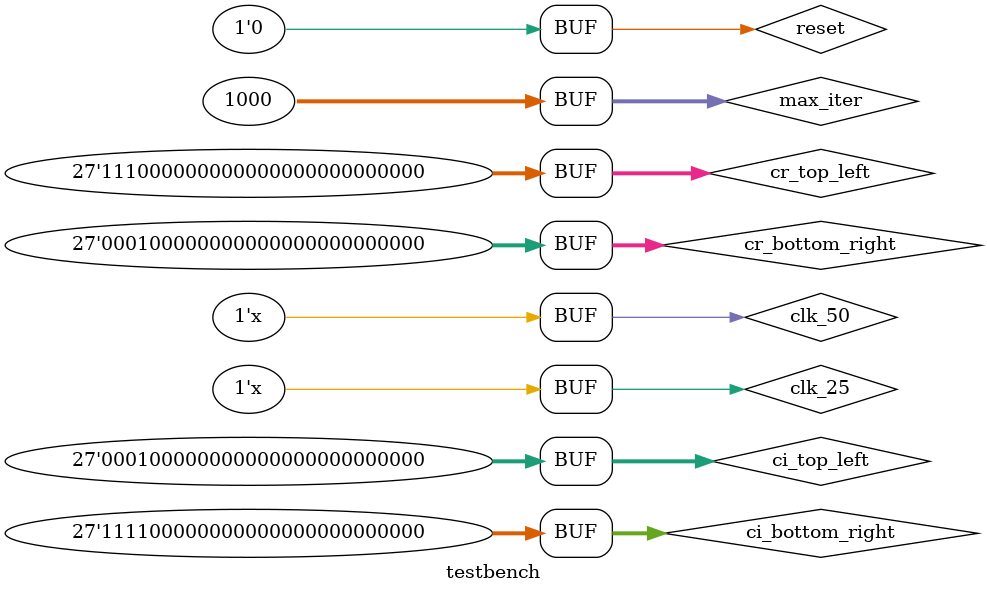
<source format=v>

`timescale 1ns/1ns
`include "/lab3_iterator_controller.v"


module testbench();
	
	reg clk_50, clk_25, reset;
	
	reg [31:0] index;

	reg  signed [26:0]  ci;
	reg  signed [26:0]  cr;
	reg         [31:0]  max_iter;


	wire        [31:0]  num_iter;
	wire        [9:0] single_x, single_y;
	wire   finished_array [24:0];
	wire done, fin_val;
	
	wire signed [26:0] ci_top_left, cr_top_left, ci_bottom_right, cr_bottom_right;
	
	assign cr_top_left =  -27'sh1000000;
	assign ci_top_left =  27'sh800000;
	assign ci_bottom_right = -27'sh800000;
	assign cr_bottom_right = 27'sh800000;


	//Initialize constants
	initial begin

		max_iter  = 31'd1000;
	end

	
	//Initialize clocks and index
	initial begin
		clk_50 = 1'b0;
		clk_25 = 1'b0;
		index  = 32'd0;
		//testbench_out = 15'd0 ;
	end
	
	//Toggle the clocks
	always begin
		#10
		clk_50  = !clk_50;
	end
	
	always begin
		#20
		clk_25  = !clk_25;
	end
	
	//Intialize and drive signals
	initial begin
		reset  = 1'b0;
		#10 
		reset  = 1'b1;
		#30
		reset  = 1'b0;
	end
	
	//Increment index
	always @ (posedge clk_50) begin
		index  <= index + 32'd1;
	end

	

	//Instantiation of Device Under Test
mandelbrot_iterator_controller #(.num_iterators(25)) lab3_arbiter (
	.clk    (clk_50),
	.reset  (reset),
	.iter_sel (1'b0),
	.max_iter (max_iter),
	.zoom_factor (0),
	.cr_top_left (cr_top_left),
	.ci_top_left (ci_top_left),
	.cr_bottom_right (cr_bottom_right),
	.ci_bottom_right (ci_bottom_right),
	.ci_incr(27'h8888), 
	.cr_incr(27'h9999),
	//.finished_array  (finished_array),
	.fin_val         (fin_val),
	.single_num_iter (num_iter),
	.single_x (single_x),
	.single_y (single_y)

);
	

	
endmodule


</source>
